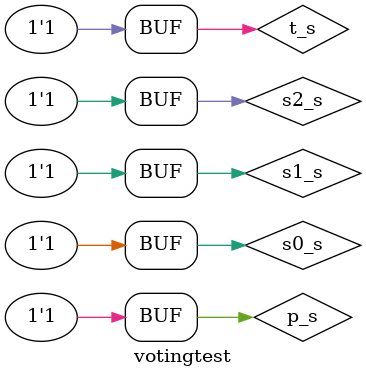
<source format=v>
`timescale 1ns / 1ps

module votingtest();

	reg s2_s, s1_s, s0_s, t_s, p_s;
	wire G_s;

	voting voting_s(s2_s, s1_s, s0_s, t_s, p_s, G_s);
	
	initial begin
		s2_s <= 0; s1_s <= 0; s0_s <= 0; t_s <= 0; p_s <= 0; // 00
		#10 s2_s <= 0; s1_s <= 0; s0_s <= 0; t_s <= 1; p_s <= 1; // 03
		#10 s2_s <= 0; s1_s <= 1; s0_s <= 1; t_s <= 1; p_s <= 1; // 07
		#10 s2_s <= 0; s1_s <= 1; s0_s <= 0; t_s <= 1; p_s <= 1; // 11
		#10 s2_s <= 0; s1_s <= 1; s0_s <= 1; t_s <= 1; p_s <= 1; // 15
		#10 s2_s <= 1; s1_s <= 0; s0_s <= 0; t_s <= 0; p_s <= 1; // 17
		#10 s2_s <= 1; s1_s <= 0; s0_s <= 0; t_s <= 1; p_s <= 1; // 19
		#10 s2_s <= 1; s1_s <= 0; s0_s <= 1; t_s <= 1; p_s <= 1; // 23
		#10 s2_s <= 1; s1_s <= 1; s0_s <= 0; t_s <= 1; p_s <= 1; // 27
		#10 s2_s <= 1; s1_s <= 1; s0_s <= 1; t_s <= 1; p_s <= 1; // 31
	end

endmodule

</source>
